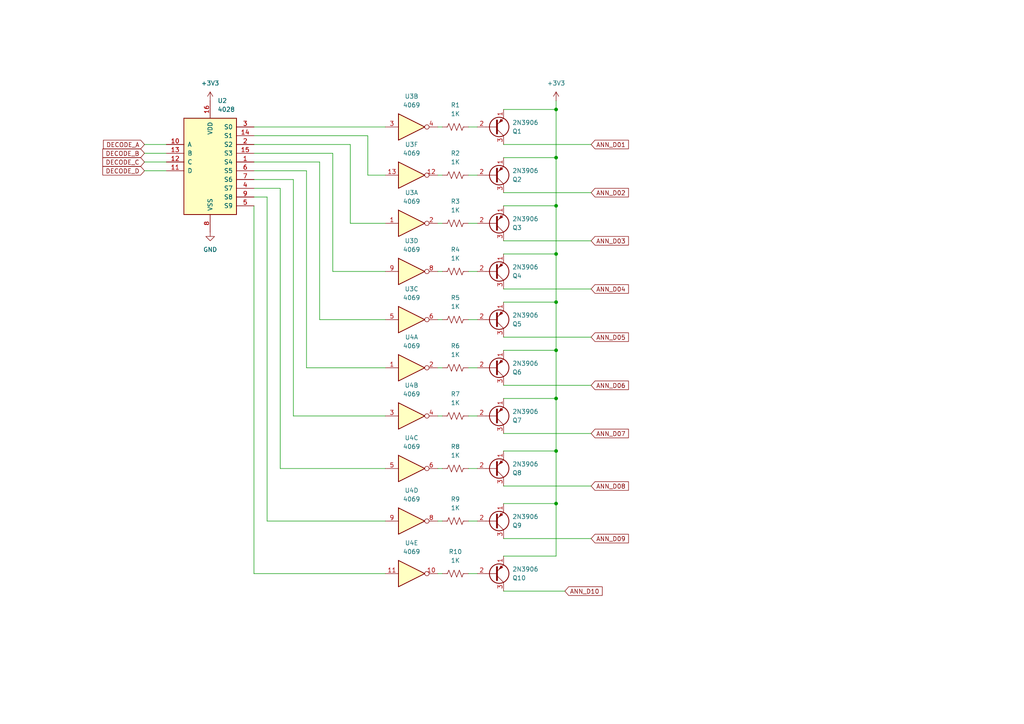
<source format=kicad_sch>
(kicad_sch (version 20250114) (generator "eeschema") (generator_version "9.0")
  (paper "A4")
  (lib_symbols
    (symbol "4xxx:4028" (pin_names (offset 1.016))
      (property "Reference" "U" (at -7.62 13.97 0))
      (property "Value" "4028" (at -7.62 -16.51 0))
      (symbol "4028_1_0"
        (pin input line (at -12.7 5.08 0) (length 5.08) (name "A") (number "10"))
        (pin input line (at -12.7 2.54 0) (length 5.08) (name "B") (number "13"))
        (pin input line (at -12.7 0 0) (length 5.08) (name "C") (number "12"))
        (pin input line (at -12.7 -2.54 0) (length 5.08) (name "D") (number "11"))
        (pin power_in line (at 0 17.78 270) (length 5.08) (name "VDD") (number "16"))
        (pin power_in line (at 0 -20.32 90) (length 5.08) (name "VSS") (number "8"))
        (pin output line (at 12.7 10.16 180) (length 5.08) (name "S0") (number "3"))
        (pin output line (at 12.7 7.62 180) (length 5.08) (name "S1") (number "14"))
        (pin output line (at 12.7 5.08 180) (length 5.08) (name "S2") (number "2"))
        (pin output line (at 12.7 2.54 180) (length 5.08) (name "S3") (number "15"))
        (pin output line (at 12.7 0 180) (length 5.08) (name "S4") (number "1"))
        (pin output line (at 12.7 -2.54 180) (length 5.08) (name "S5") (number "6"))
        (pin output line (at 12.7 -5.08 180) (length 5.08) (name "S6") (number "7"))
        (pin output line (at 12.7 -7.62 180) (length 5.08) (name "S7") (number "4"))
        (pin output line (at 12.7 -10.16 180) (length 5.08) (name "S8") (number "9"))
        (pin output line (at 12.7 -12.7 180) (length 5.08) (name "S9") (number "5"))
      )
      (symbol "4028_1_1"
        (rectangle (start -7.62 12.7) (end 7.62 -15.24) (stroke (width 0.254)) (fill (type background)))
      )
    )
    (symbol "4xxx:4069" (pin_names (offset 1.016))
      (property "Reference" "U" (at 0 1.27 0))
      (property "Value" "4069" (at 0 -1.27 0))
      (symbol "4069_1_0"
        (polyline (pts (xy -3.81 3.81) (xy -3.81 -3.81) (xy 3.81 0) (xy -3.81 3.81)) (stroke (width 0.254)) (fill (type background)))
        (pin input line (at -7.62 0 0) (length 3.81) (name "~") (number "1"))
        (pin output inverted (at 7.62 0 180) (length 3.81) (name "~") (number "2"))
      )
      (symbol "4069_2_0"
        (polyline (pts (xy -3.81 3.81) (xy -3.81 -3.81) (xy 3.81 0) (xy -3.81 3.81)) (stroke (width 0.254)) (fill (type background)))
        (pin input line (at -7.62 0 0) (length 3.81) (name "~") (number "3"))
        (pin output inverted (at 7.62 0 180) (length 3.81) (name "~") (number "4"))
      )
      (symbol "4069_3_0"
        (polyline (pts (xy -3.81 3.81) (xy -3.81 -3.81) (xy 3.81 0) (xy -3.81 3.81)) (stroke (width 0.254)) (fill (type background)))
        (pin input line (at -7.62 0 0) (length 3.81) (name "~") (number "5"))
        (pin output inverted (at 7.62 0 180) (length 3.81) (name "~") (number "6"))
      )
      (symbol "4069_4_0"
        (polyline (pts (xy -3.81 3.81) (xy -3.81 -3.81) (xy 3.81 0) (xy -3.81 3.81)) (stroke (width 0.254)) (fill (type background)))
        (pin input line (at -7.62 0 0) (length 3.81) (name "~") (number "9"))
        (pin output inverted (at 7.62 0 180) (length 3.81) (name "~") (number "8"))
      )
      (symbol "4069_5_0"
        (polyline (pts (xy -3.81 3.81) (xy -3.81 -3.81) (xy 3.81 0) (xy -3.81 3.81)) (stroke (width 0.254)) (fill (type background)))
        (pin input line (at -7.62 0 0) (length 3.81) (name "~") (number "11"))
        (pin output inverted (at 7.62 0 180) (length 3.81) (name "~") (number "10"))
      )
      (symbol "4069_6_0"
        (polyline (pts (xy -3.81 3.81) (xy -3.81 -3.81) (xy 3.81 0) (xy -3.81 3.81)) (stroke (width 0.254)) (fill (type background)))
        (pin input line (at -7.62 0 0) (length 3.81) (name "~") (number "13"))
        (pin output inverted (at 7.62 0 180) (length 3.81) (name "~") (number "12"))
      )
      (symbol "4069_7_0"
        (pin power_in line (at 0 12.7 270) (length 5.08) (name "VDD") (number "14"))
        (pin power_in line (at 0 -12.7 90) (length 5.08) (name "VSS") (number "7"))
      )
      (symbol "4069_7_1"
        (rectangle (start -5.08 7.62) (end 5.08 -7.62) (stroke (width 0.254)) (fill (type background)))
      )
    )
    (symbol "Device:R_US" (pin_numbers (hide yes)) (pin_names (offset 0))
      (property "Reference" "R" (at 2.54 0 90))
      (property "Value" "R_US" (at -2.54 0 90))
      (symbol "R_US_0_1"
        (polyline (pts (xy 0 2.286) (xy 0 2.54)))
        (polyline (pts (xy 0 2.286) (xy 1.016 1.905) (xy 0 1.524) (xy -1.016 1.143) (xy 0 0.762)))
        (polyline (pts (xy 0 0.762) (xy 1.016 0.381) (xy 0 0) (xy -1.016 -0.381) (xy 0 -0.762)))
        (polyline (pts (xy 0 -0.762) (xy 1.016 -1.143) (xy 0 -1.524) (xy -1.016 -1.905) (xy 0 -2.286)))
        (polyline (pts (xy 0 -2.286) (xy 0 -2.54)))
      )
      (symbol "R_US_1_1"
        (pin passive line (at 0 3.81 270) (length 1.27) (name "~") (number "1"))
        (pin passive line (at 0 -3.81 90) (length 1.27) (name "~") (number "2"))
      )
    )
    (symbol "Transistor_BJT:2N3906" (pin_names (offset 0) (hide yes))
      (property "Reference" "Q" (at 5.08 1.905 0))
      (property "Value" "2N3906" (at 5.08 0 0))
      (symbol "2N3906_0_1"
        (polyline (pts (xy -2.54 0) (xy 0.635 0)))
        (polyline (pts (xy 0.635 1.905) (xy 0.635 -1.905)) (stroke (width 0.508)))
        (polyline (pts (xy 0.635 0.635) (xy 2.54 2.54)))
        (polyline (pts (xy 0.635 -0.635) (xy 2.54 -2.54)))
        (circle (center 1.27 0) (radius 2.8194) (stroke (width 0.254)))
        (polyline (pts (xy 2.286 -1.778) (xy 1.778 -2.286) (xy 1.27 -1.27) (xy 2.286 -1.778)) (fill (type outline)))
      )
      (symbol "2N3906_1_1"
        (pin input line (at -5.08 0 0) (length 2.54) (name "B") (number "2"))
        (pin passive line (at 2.54 5.08 270) (length 2.54) (name "C") (number "3"))
        (pin passive line (at 2.54 -5.08 90) (length 2.54) (name "E") (number "1"))
      )
    )
    (symbol "power:+3V3" (power) (pin_numbers (hide yes)) (pin_names (offset 0) (hide yes))
      (property "Value" "+3V3" (at 0 3.556 0))
      (symbol "+3V3_0_1"
        (polyline (pts (xy -0.762 1.27) (xy 0 2.54)))
        (polyline (pts (xy 0 2.54) (xy 0.762 1.27)))
        (polyline (pts (xy 0 0) (xy 0 2.54)))
      )
      (symbol "+3V3_1_1"
        (pin power_in line (at 0 0 90) (length 0) (name "~") (number "1"))
      )
    )
    (symbol "power:GND" (power) (pin_numbers (hide yes)) (pin_names (offset 0) (hide yes))
      (property "Value" "GND" (at 0 -3.81 0))
      (symbol "GND_0_1"
        (polyline (pts (xy 0 0) (xy 0 -1.27) (xy 1.27 -1.27) (xy 0 -2.54) (xy -1.27 -1.27) (xy 0 -1.27)))
      )
      (symbol "GND_1_1"
        (pin power_in line (at 0 0 270) (length 0) (name "~") (number "1"))
      )
    )
  )
  (junction (at 161.29 31.75))
  (junction (at 161.29 73.66))
  (junction (at 161.29 130.81))
  (junction (at 161.29 45.72))
  (junction (at 161.29 146.05))
  (junction (at 161.29 59.69))
  (junction (at 161.29 115.57))
  (junction (at 161.29 87.63))
  (junction (at 161.29 101.6))
  (wire (pts (xy 146.05 111.76) (xy 171.45 111.76)))
  (wire (pts (xy 146.05 161.29) (xy 161.29 161.29)))
  (wire (pts (xy 161.29 73.66) (xy 161.29 87.63)))
  (wire (pts (xy 161.29 59.69) (xy 161.29 73.66)))
  (wire (pts (xy 73.66 41.91) (xy 101.6 41.91)))
  (wire (pts (xy 41.91 44.45) (xy 48.26 44.45)))
  (wire (pts (xy 73.66 49.53) (xy 88.9 49.53)))
  (wire (pts (xy 146.05 73.66) (xy 161.29 73.66)))
  (wire (pts (xy 88.9 106.68) (xy 111.76 106.68)))
  (wire (pts (xy 41.91 49.53) (xy 48.26 49.53)))
  (wire (pts (xy 81.28 54.61) (xy 81.28 135.89)))
  (wire (pts (xy 161.29 146.05) (xy 161.29 161.29)))
  (wire (pts (xy 85.09 120.65) (xy 111.76 120.65)))
  (wire (pts (xy 77.47 151.13) (xy 111.76 151.13)))
  (wire (pts (xy 96.52 44.45) (xy 96.52 78.74)))
  (wire (pts (xy 101.6 64.77) (xy 111.76 64.77)))
  (wire (pts (xy 135.89 135.89) (xy 138.43 135.89)))
  (wire (pts (xy 161.29 130.81) (xy 161.29 146.05)))
  (wire (pts (xy 161.29 115.57) (xy 161.29 130.81)))
  (wire (pts (xy 73.66 46.99) (xy 92.71 46.99)))
  (wire (pts (xy 135.89 78.74) (xy 138.43 78.74)))
  (wire (pts (xy 127 106.68) (xy 128.27 106.68)))
  (wire (pts (xy 135.89 106.68) (xy 138.43 106.68)))
  (wire (pts (xy 81.28 135.89) (xy 111.76 135.89)))
  (wire (pts (xy 106.68 39.37) (xy 106.68 50.8)))
  (wire (pts (xy 146.05 125.73) (xy 171.45 125.73)))
  (wire (pts (xy 73.66 59.69) (xy 73.66 166.37)))
  (wire (pts (xy 127 92.71) (xy 128.27 92.71)))
  (wire (pts (xy 146.05 55.88) (xy 171.45 55.88)))
  (wire (pts (xy 73.66 36.83) (xy 111.76 36.83)))
  (wire (pts (xy 161.29 45.72) (xy 161.29 59.69)))
  (wire (pts (xy 128.27 151.13) (xy 127 151.13)))
  (wire (pts (xy 146.05 115.57) (xy 161.29 115.57)))
  (wire (pts (xy 73.66 54.61) (xy 81.28 54.61)))
  (wire (pts (xy 146.05 130.81) (xy 161.29 130.81)))
  (wire (pts (xy 85.09 120.65) (xy 85.09 52.07)))
  (wire (pts (xy 146.05 45.72) (xy 161.29 45.72)))
  (wire (pts (xy 146.05 146.05) (xy 161.29 146.05)))
  (wire (pts (xy 85.09 52.07) (xy 73.66 52.07)))
  (wire (pts (xy 135.89 64.77) (xy 138.43 64.77)))
  (wire (pts (xy 73.66 39.37) (xy 106.68 39.37)))
  (wire (pts (xy 135.89 120.65) (xy 138.43 120.65)))
  (wire (pts (xy 146.05 140.97) (xy 171.45 140.97)))
  (wire (pts (xy 88.9 49.53) (xy 88.9 106.68)))
  (wire (pts (xy 73.66 57.15) (xy 77.47 57.15)))
  (wire (pts (xy 128.27 120.65) (xy 127 120.65)))
  (wire (pts (xy 146.05 156.21) (xy 171.45 156.21)))
  (wire (pts (xy 92.71 46.99) (xy 92.71 92.71)))
  (wire (pts (xy 146.05 41.91) (xy 171.45 41.91)))
  (wire (pts (xy 41.91 46.99) (xy 48.26 46.99)))
  (wire (pts (xy 77.47 57.15) (xy 77.47 151.13)))
  (wire (pts (xy 135.89 36.83) (xy 138.43 36.83)))
  (wire (pts (xy 146.05 101.6) (xy 161.29 101.6)))
  (wire (pts (xy 146.05 31.75) (xy 161.29 31.75)))
  (wire (pts (xy 161.29 29.21) (xy 161.29 31.75)))
  (wire (pts (xy 161.29 101.6) (xy 161.29 115.57)))
  (wire (pts (xy 146.05 69.85) (xy 171.45 69.85)))
  (wire (pts (xy 127 50.8) (xy 128.27 50.8)))
  (wire (pts (xy 106.68 50.8) (xy 111.76 50.8)))
  (wire (pts (xy 127 78.74) (xy 128.27 78.74)))
  (wire (pts (xy 127 64.77) (xy 128.27 64.77)))
  (wire (pts (xy 92.71 92.71) (xy 111.76 92.71)))
  (wire (pts (xy 146.05 87.63) (xy 161.29 87.63)))
  (wire (pts (xy 135.89 166.37) (xy 138.43 166.37)))
  (wire (pts (xy 135.89 151.13) (xy 138.43 151.13)))
  (wire (pts (xy 161.29 31.75) (xy 161.29 45.72)))
  (wire (pts (xy 146.05 97.79) (xy 171.45 97.79)))
  (wire (pts (xy 146.05 83.82) (xy 171.45 83.82)))
  (wire (pts (xy 41.91 41.91) (xy 48.26 41.91)))
  (wire (pts (xy 101.6 41.91) (xy 101.6 64.77)))
  (wire (pts (xy 146.05 171.45) (xy 163.83 171.45)))
  (wire (pts (xy 146.05 59.69) (xy 161.29 59.69)))
  (wire (pts (xy 127 36.83) (xy 128.27 36.83)))
  (wire (pts (xy 96.52 78.74) (xy 111.76 78.74)))
  (wire (pts (xy 73.66 44.45) (xy 96.52 44.45)))
  (wire (pts (xy 135.89 92.71) (xy 138.43 92.71)))
  (wire (pts (xy 128.27 135.89) (xy 127 135.89)))
  (wire (pts (xy 128.27 166.37) (xy 127 166.37)))
  (wire (pts (xy 161.29 87.63) (xy 161.29 101.6)))
  (wire (pts (xy 73.66 166.37) (xy 111.76 166.37)))
  (wire (pts (xy 135.89 50.8) (xy 138.43 50.8)))
  (global_label "ANN_D03" (shape input) (at 171.45 69.85 0) (property "Intersheetrefs" "${INTERSHEET_REFS}" (effects (hide yes))))
  (global_label "DECODE_B" (shape input) (at 41.91 44.45 180) (property "Intersheetrefs" "${INTERSHEET_REFS}" (effects (hide yes))))
  (global_label "ANN_D08" (shape input) (at 171.45 140.97 0) (property "Intersheetrefs" "${INTERSHEET_REFS}" (effects (hide yes))))
  (global_label "ANN_D07" (shape input) (at 171.45 125.73 0) (property "Intersheetrefs" "${INTERSHEET_REFS}" (effects (hide yes))))
  (global_label "ANN_D10" (shape input) (at 163.83 171.45 0) (property "Intersheetrefs" "${INTERSHEET_REFS}" (effects (hide yes))))
  (global_label "DECODE_A" (shape input) (at 41.91 41.91 180) (property "Intersheetrefs" "${INTERSHEET_REFS}" (effects (hide yes))))
  (global_label "ANN_D02" (shape input) (at 171.45 55.88 0) (property "Intersheetrefs" "${INTERSHEET_REFS}" (effects (hide yes))))
  (global_label "ANN_D04" (shape input) (at 171.45 83.82 0) (property "Intersheetrefs" "${INTERSHEET_REFS}" (effects (hide yes))))
  (global_label "DECODE_C" (shape input) (at 41.91 46.99 180) (property "Intersheetrefs" "${INTERSHEET_REFS}" (effects (hide yes))))
  (global_label "ANN_D06" (shape input) (at 171.45 111.76 0) (property "Intersheetrefs" "${INTERSHEET_REFS}" (effects (hide yes))))
  (global_label "DECODE_D" (shape input) (at 41.91 49.53 180) (property "Intersheetrefs" "${INTERSHEET_REFS}" (effects (hide yes))))
  (global_label "ANN_D05" (shape input) (at 171.45 97.79 0) (property "Intersheetrefs" "${INTERSHEET_REFS}" (effects (hide yes))))
  (global_label "ANN_D09" (shape input) (at 171.45 156.21 0) (property "Intersheetrefs" "${INTERSHEET_REFS}" (effects (hide yes))))
  (global_label "ANN_D01" (shape input) (at 171.45 41.91 0) (property "Intersheetrefs" "${INTERSHEET_REFS}" (effects (hide yes))))
  (symbol (lib_id "4xxx:4069") (at 119.38 50.8 0) (unit 6)
    (property "Reference" "U3" (at 119.38 41.91 0))
    (property "Value" "4069" (at 119.38 44.45 0))
    (property "Footprint" "Package_DIP:DIP-14_W7.62mm" (effects (hide yes)))
    (property "Datasheet" "http://www.intersil.com/content/dam/Intersil/documents/cd40/cd4069ubms.pdf" (effects (hide yes)))
    (property "Description" "Hex inverter" (effects (hide yes)))
  )
  (symbol (lib_id "Transistor_BJT:2N3906") (at 143.51 64.77 0) (mirror x) (unit 1)
    (property "Reference" "Q3" (at 148.59 66.0401 0) (effects (justify left)))
    (property "Value" "2N3906" (at 148.59 63.5001 0) (effects (justify left)))
    (property "Footprint" "Package_TO_SOT_THT:TO-92_Inline" (effects (hide yes)))
    (property "Datasheet" "https://www.onsemi.com/pub/Collateral/2N3906-D.PDF" (effects (hide yes)))
    (property "Description" "-0.2A Ic, -40V Vce, Small Signal PNP Transistor, TO-92" (effects (hide yes)))
  )
  (symbol (lib_id "Device:R_US") (at 132.08 135.89 90) (unit 1)
    (property "Reference" "R8" (at 132.08 129.54 90))
    (property "Value" "1K" (at 132.08 132.08 90))
    (property "Footprint" "Resistor_THT:R_Axial_DIN0207_L6.3mm_D2.5mm_P10.16mm_Horizontal" (effects (hide yes)))
    (property "Description" "Resistor, US symbol" (effects (hide yes)))
  )
  (symbol (lib_id "Transistor_BJT:2N3906") (at 143.51 36.83 0) (mirror x) (unit 1)
    (property "Reference" "Q1" (at 148.59 38.1001 0) (effects (justify left)))
    (property "Value" "2N3906" (at 148.59 35.5601 0) (effects (justify left)))
    (property "Footprint" "Package_TO_SOT_THT:TO-92_Inline" (effects (hide yes)))
    (property "Datasheet" "https://www.onsemi.com/pub/Collateral/2N3906-D.PDF" (effects (hide yes)))
    (property "Description" "-0.2A Ic, -40V Vce, Small Signal PNP Transistor, TO-92" (effects (hide yes)))
  )
  (symbol (lib_id "4xxx:4028") (at 60.96 46.99 0) (unit 1)
    (property "Reference" "U2" (at 63.1033 29.21 0) (effects (justify left)))
    (property "Value" "4028" (at 63.1033 31.75 0) (effects (justify left)))
    (property "Footprint" "Package_DIP:DIP-16_W7.62mm" (effects (hide yes)))
    (property "Datasheet" "http://www.intersil.com/content/dam/Intersil/documents/cd40/cd4028bms.pdf" (effects (hide yes)))
    (property "Description" "Decoder 4 to 10 lines" (effects (hide yes)))
  )
  (symbol (lib_id "Transistor_BJT:2N3906") (at 143.51 78.74 0) (mirror x) (unit 1)
    (property "Reference" "Q4" (at 148.59 80.0101 0) (effects (justify left)))
    (property "Value" "2N3906" (at 148.59 77.4701 0) (effects (justify left)))
    (property "Footprint" "Package_TO_SOT_THT:TO-92_Inline" (effects (hide yes)))
    (property "Datasheet" "https://www.onsemi.com/pub/Collateral/2N3906-D.PDF" (effects (hide yes)))
    (property "Description" "-0.2A Ic, -40V Vce, Small Signal PNP Transistor, TO-92" (effects (hide yes)))
  )
  (symbol (lib_id "4xxx:4069") (at 119.38 151.13 0) (unit 4)
    (property "Reference" "U4" (at 119.38 142.24 0))
    (property "Value" "4069" (at 119.38 144.78 0))
    (property "Footprint" "Package_DIP:DIP-14_W7.62mm" (effects (hide yes)))
    (property "Datasheet" "http://www.intersil.com/content/dam/Intersil/documents/cd40/cd4069ubms.pdf" (effects (hide yes)))
    (property "Description" "Hex inverter" (effects (hide yes)))
  )
  (symbol (lib_id "4xxx:4069") (at 119.38 120.65 0) (unit 2)
    (property "Reference" "U4" (at 119.38 111.76 0))
    (property "Value" "4069" (at 119.38 114.3 0))
    (property "Footprint" "Package_DIP:DIP-14_W7.62mm" (effects (hide yes)))
    (property "Datasheet" "http://www.intersil.com/content/dam/Intersil/documents/cd40/cd4069ubms.pdf" (effects (hide yes)))
    (property "Description" "Hex inverter" (effects (hide yes)))
  )
  (symbol (lib_id "Device:R_US") (at 132.08 78.74 90) (unit 1)
    (property "Reference" "R4" (at 132.08 72.39 90))
    (property "Value" "1K" (at 132.08 74.93 90))
    (property "Footprint" "Resistor_THT:R_Axial_DIN0207_L6.3mm_D2.5mm_P10.16mm_Horizontal" (effects (hide yes)))
    (property "Description" "Resistor, US symbol" (effects (hide yes)))
  )
  (symbol (lib_id "4xxx:4069") (at 119.38 64.77 0) (unit 1)
    (property "Reference" "U3" (at 119.38 55.88 0))
    (property "Value" "4069" (at 119.38 58.42 0))
    (property "Footprint" "Package_DIP:DIP-14_W7.62mm" (effects (hide yes)))
    (property "Datasheet" "http://www.intersil.com/content/dam/Intersil/documents/cd40/cd4069ubms.pdf" (effects (hide yes)))
    (property "Description" "Hex inverter" (effects (hide yes)))
  )
  (symbol (lib_id "Transistor_BJT:2N3906") (at 143.51 166.37 0) (mirror x) (unit 1)
    (property "Reference" "Q10" (at 148.59 167.6401 0) (effects (justify left)))
    (property "Value" "2N3906" (at 148.59 165.1001 0) (effects (justify left)))
    (property "Footprint" "Package_TO_SOT_THT:TO-92_Inline" (effects (hide yes)))
    (property "Datasheet" "https://www.onsemi.com/pub/Collateral/2N3906-D.PDF" (effects (hide yes)))
    (property "Description" "-0.2A Ic, -40V Vce, Small Signal PNP Transistor, TO-92" (effects (hide yes)))
  )
  (symbol (lib_id "Device:R_US") (at 132.08 120.65 90) (unit 1)
    (property "Reference" "R7" (at 132.08 114.3 90))
    (property "Value" "1K" (at 132.08 116.84 90))
    (property "Footprint" "Resistor_THT:R_Axial_DIN0207_L6.3mm_D2.5mm_P10.16mm_Horizontal" (effects (hide yes)))
    (property "Description" "Resistor, US symbol" (effects (hide yes)))
  )
  (symbol (lib_id "4xxx:4069") (at 119.38 135.89 0) (unit 3)
    (property "Reference" "U4" (at 119.38 127 0))
    (property "Value" "4069" (at 119.38 129.54 0))
    (property "Footprint" "Package_DIP:DIP-14_W7.62mm" (effects (hide yes)))
    (property "Datasheet" "http://www.intersil.com/content/dam/Intersil/documents/cd40/cd4069ubms.pdf" (effects (hide yes)))
    (property "Description" "Hex inverter" (effects (hide yes)))
  )
  (symbol (lib_id "power:+3V3") (at 161.29 29.21 0) (unit 1)
    (property "Reference" "#PWR07" (effects (hide yes)))
    (property "Value" "+3V3" (at 161.29 24.13 0))
    (property "Description" "Power symbol creates a global label with name \"+3V3\"" (effects (hide yes)))
  )
  (symbol (lib_id "4xxx:4069") (at 119.38 106.68 0) (unit 1)
    (property "Reference" "U4" (at 119.38 97.79 0))
    (property "Value" "4069" (at 119.38 100.33 0))
    (property "Footprint" "Package_DIP:DIP-14_W7.62mm" (effects (hide yes)))
    (property "Datasheet" "http://www.intersil.com/content/dam/Intersil/documents/cd40/cd4069ubms.pdf" (effects (hide yes)))
    (property "Description" "Hex inverter" (effects (hide yes)))
  )
  (symbol (lib_id "Transistor_BJT:2N3906") (at 143.51 92.71 0) (mirror x) (unit 1)
    (property "Reference" "Q5" (at 148.59 93.9801 0) (effects (justify left)))
    (property "Value" "2N3906" (at 148.59 91.4401 0) (effects (justify left)))
    (property "Footprint" "Package_TO_SOT_THT:TO-92_Inline" (effects (hide yes)))
    (property "Datasheet" "https://www.onsemi.com/pub/Collateral/2N3906-D.PDF" (effects (hide yes)))
    (property "Description" "-0.2A Ic, -40V Vce, Small Signal PNP Transistor, TO-92" (effects (hide yes)))
  )
  (symbol (lib_id "Device:R_US") (at 132.08 151.13 90) (unit 1)
    (property "Reference" "R9" (at 132.08 144.78 90))
    (property "Value" "1K" (at 132.08 147.32 90))
    (property "Footprint" "Resistor_THT:R_Axial_DIN0207_L6.3mm_D2.5mm_P10.16mm_Horizontal" (effects (hide yes)))
    (property "Description" "Resistor, US symbol" (effects (hide yes)))
  )
  (symbol (lib_id "power:+3V3") (at 60.96 29.21 0) (unit 1)
    (property "Reference" "#PWR06" (effects (hide yes)))
    (property "Value" "+3V3" (at 60.96 24.13 0))
    (property "Description" "Power symbol creates a global label with name \"+3V3\"" (effects (hide yes)))
  )
  (symbol (lib_id "4xxx:4069") (at 119.38 36.83 0) (unit 2)
    (property "Reference" "U3" (at 119.38 27.94 0))
    (property "Value" "4069" (at 119.38 30.48 0))
    (property "Footprint" "Package_DIP:DIP-14_W7.62mm" (effects (hide yes)))
    (property "Datasheet" "http://www.intersil.com/content/dam/Intersil/documents/cd40/cd4069ubms.pdf" (effects (hide yes)))
    (property "Description" "Hex inverter" (effects (hide yes)))
  )
  (symbol (lib_id "4xxx:4069") (at 119.38 166.37 0) (unit 5)
    (property "Reference" "U4" (at 119.38 157.48 0))
    (property "Value" "4069" (at 119.38 160.02 0))
    (property "Footprint" "Package_DIP:DIP-14_W7.62mm" (effects (hide yes)))
    (property "Datasheet" "http://www.intersil.com/content/dam/Intersil/documents/cd40/cd4069ubms.pdf" (effects (hide yes)))
    (property "Description" "Hex inverter" (effects (hide yes)))
  )
  (symbol (lib_id "Transistor_BJT:2N3906") (at 143.51 151.13 0) (mirror x) (unit 1)
    (property "Reference" "Q9" (at 148.59 152.4001 0) (effects (justify left)))
    (property "Value" "2N3906" (at 148.59 149.8601 0) (effects (justify left)))
    (property "Footprint" "Package_TO_SOT_THT:TO-92_Inline" (effects (hide yes)))
    (property "Datasheet" "https://www.onsemi.com/pub/Collateral/2N3906-D.PDF" (effects (hide yes)))
    (property "Description" "-0.2A Ic, -40V Vce, Small Signal PNP Transistor, TO-92" (effects (hide yes)))
  )
  (symbol (lib_id "4xxx:4069") (at 119.38 78.74 0) (unit 4)
    (property "Reference" "U3" (at 119.38 69.85 0))
    (property "Value" "4069" (at 119.38 72.39 0))
    (property "Footprint" "Package_DIP:DIP-14_W7.62mm" (effects (hide yes)))
    (property "Datasheet" "http://www.intersil.com/content/dam/Intersil/documents/cd40/cd4069ubms.pdf" (effects (hide yes)))
    (property "Description" "Hex inverter" (effects (hide yes)))
  )
  (symbol (lib_id "Transistor_BJT:2N3906") (at 143.51 106.68 0) (mirror x) (unit 1)
    (property "Reference" "Q6" (at 148.59 107.9501 0) (effects (justify left)))
    (property "Value" "2N3906" (at 148.59 105.4101 0) (effects (justify left)))
    (property "Footprint" "Package_TO_SOT_THT:TO-92_Inline" (effects (hide yes)))
    (property "Datasheet" "https://www.onsemi.com/pub/Collateral/2N3906-D.PDF" (effects (hide yes)))
    (property "Description" "-0.2A Ic, -40V Vce, Small Signal PNP Transistor, TO-92" (effects (hide yes)))
  )
  (symbol (lib_id "Device:R_US") (at 132.08 166.37 90) (unit 1)
    (property "Reference" "R10" (at 132.08 160.02 90))
    (property "Value" "1K" (at 132.08 162.56 90))
    (property "Footprint" "Resistor_THT:R_Axial_DIN0207_L6.3mm_D2.5mm_P10.16mm_Horizontal" (effects (hide yes)))
    (property "Description" "Resistor, US symbol" (effects (hide yes)))
  )
  (symbol (lib_id "Transistor_BJT:2N3906") (at 143.51 135.89 0) (mirror x) (unit 1)
    (property "Reference" "Q8" (at 148.59 137.1601 0) (effects (justify left)))
    (property "Value" "2N3906" (at 148.59 134.6201 0) (effects (justify left)))
    (property "Footprint" "Package_TO_SOT_THT:TO-92_Inline" (effects (hide yes)))
    (property "Datasheet" "https://www.onsemi.com/pub/Collateral/2N3906-D.PDF" (effects (hide yes)))
    (property "Description" "-0.2A Ic, -40V Vce, Small Signal PNP Transistor, TO-92" (effects (hide yes)))
  )
  (symbol (lib_id "Transistor_BJT:2N3906") (at 143.51 50.8 0) (mirror x) (unit 1)
    (property "Reference" "Q2" (at 148.59 52.0701 0) (effects (justify left)))
    (property "Value" "2N3906" (at 148.59 49.5301 0) (effects (justify left)))
    (property "Footprint" "Package_TO_SOT_THT:TO-92_Inline" (effects (hide yes)))
    (property "Datasheet" "https://www.onsemi.com/pub/Collateral/2N3906-D.PDF" (effects (hide yes)))
    (property "Description" "-0.2A Ic, -40V Vce, Small Signal PNP Transistor, TO-92" (effects (hide yes)))
  )
  (symbol (lib_id "power:GND") (at 60.96 67.31 0) (unit 1)
    (property "Reference" "#PWR05" (effects (hide yes)))
    (property "Value" "GND" (at 60.96 72.39 0))
    (property "Description" "Power symbol creates a global label with name \"GND\" , ground" (effects (hide yes)))
  )
  (symbol (lib_id "Transistor_BJT:2N3906") (at 143.51 120.65 0) (mirror x) (unit 1)
    (property "Reference" "Q7" (at 148.59 121.9201 0) (effects (justify left)))
    (property "Value" "2N3906" (at 148.59 119.3801 0) (effects (justify left)))
    (property "Footprint" "Package_TO_SOT_THT:TO-92_Inline" (effects (hide yes)))
    (property "Datasheet" "https://www.onsemi.com/pub/Collateral/2N3906-D.PDF" (effects (hide yes)))
    (property "Description" "-0.2A Ic, -40V Vce, Small Signal PNP Transistor, TO-92" (effects (hide yes)))
  )
  (symbol (lib_id "4xxx:4069") (at 119.38 92.71 0) (unit 3)
    (property "Reference" "U3" (at 119.38 83.82 0))
    (property "Value" "4069" (at 119.38 86.36 0))
    (property "Footprint" "Package_DIP:DIP-14_W7.62mm" (effects (hide yes)))
    (property "Datasheet" "http://www.intersil.com/content/dam/Intersil/documents/cd40/cd4069ubms.pdf" (effects (hide yes)))
    (property "Description" "Hex inverter" (effects (hide yes)))
  )
  (symbol (lib_id "Device:R_US") (at 132.08 106.68 90) (unit 1)
    (property "Reference" "R6" (at 132.08 100.33 90))
    (property "Value" "1K" (at 132.08 102.87 90))
    (property "Footprint" "Resistor_THT:R_Axial_DIN0207_L6.3mm_D2.5mm_P10.16mm_Horizontal" (effects (hide yes)))
    (property "Description" "Resistor, US symbol" (effects (hide yes)))
  )
  (symbol (lib_id "Device:R_US") (at 132.08 50.8 90) (unit 1)
    (property "Reference" "R2" (at 132.08 44.45 90))
    (property "Value" "1K" (at 132.08 46.99 90))
    (property "Footprint" "Resistor_THT:R_Axial_DIN0207_L6.3mm_D2.5mm_P10.16mm_Horizontal" (effects (hide yes)))
    (property "Description" "Resistor, US symbol" (effects (hide yes)))
  )
  (symbol (lib_id "Device:R_US") (at 132.08 64.77 90) (unit 1)
    (property "Reference" "R3" (at 132.08 58.42 90))
    (property "Value" "1K" (at 132.08 60.96 90))
    (property "Footprint" "Resistor_THT:R_Axial_DIN0207_L6.3mm_D2.5mm_P10.16mm_Horizontal" (effects (hide yes)))
    (property "Description" "Resistor, US symbol" (effects (hide yes)))
  )
  (symbol (lib_id "Device:R_US") (at 132.08 36.83 90) (unit 1)
    (property "Reference" "R1" (at 132.08 30.48 90))
    (property "Value" "1K" (at 132.08 33.02 90))
    (property "Footprint" "Resistor_THT:R_Axial_DIN0207_L6.3mm_D2.5mm_P10.16mm_Horizontal" (effects (hide yes)))
    (property "Description" "Resistor, US symbol" (effects (hide yes)))
  )
  (symbol (lib_id "Device:R_US") (at 132.08 92.71 90) (unit 1)
    (property "Reference" "R5" (at 132.08 86.36 90))
    (property "Value" "1K" (at 132.08 88.9 90))
    (property "Footprint" "Resistor_THT:R_Axial_DIN0207_L6.3mm_D2.5mm_P10.16mm_Horizontal" (effects (hide yes)))
    (property "Description" "Resistor, US symbol" (effects (hide yes)))
  )
)
</source>
